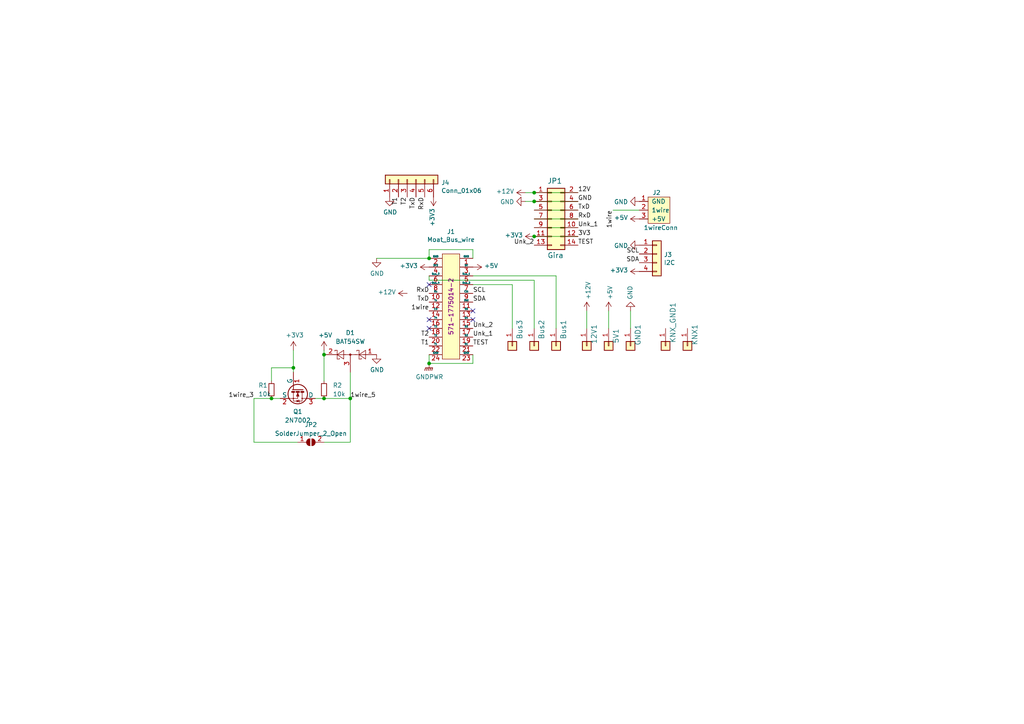
<source format=kicad_sch>
(kicad_sch (version 20220126) (generator eeschema)
  (paper "A4")
  (lib_symbols
    (symbol "Connector_Generic:Conn_01x04" (pin_names (offset 1.016) hide)
      (property "Reference" "J" (at 0 5.08 0))
      (property "Value" "Conn_01x04" (at 0 -7.62 0))
      (symbol "Conn_01x04_1_1"
        (rectangle (start -1.27 -4.953) (end 0 -5.207) (stroke (width 0.1524)))
        (rectangle (start -1.27 -2.413) (end 0 -2.667) (stroke (width 0.1524)))
        (rectangle (start -1.27 0.127) (end 0 -0.127) (stroke (width 0.1524)))
        (rectangle (start -1.27 2.667) (end 0 2.413) (stroke (width 0.1524)))
        (rectangle (start -1.27 3.81) (end 1.27 -6.35) (stroke (width 0.254)) (fill (type background)))
        (pin passive line (at -5.08 2.54 0) (length 3.81) (name "Pin_1") (number "1"))
        (pin passive line (at -5.08 0 0) (length 3.81) (name "Pin_2") (number "2"))
        (pin passive line (at -5.08 -2.54 0) (length 3.81) (name "Pin_3") (number "3"))
        (pin passive line (at -5.08 -5.08 0) (length 3.81) (name "Pin_4") (number "4"))
      )
    )
    (symbol "Connector_Generic:Conn_01x06" (pin_names (offset 1.016) hide)
      (property "Reference" "J" (at 0 7.62 0))
      (property "Value" "Conn_01x06" (at 0 -10.16 0))
      (symbol "Conn_01x06_1_1"
        (rectangle (start -1.27 -7.493) (end 0 -7.747) (stroke (width 0.1524)))
        (rectangle (start -1.27 -4.953) (end 0 -5.207) (stroke (width 0.1524)))
        (rectangle (start -1.27 -2.413) (end 0 -2.667) (stroke (width 0.1524)))
        (rectangle (start -1.27 0.127) (end 0 -0.127) (stroke (width 0.1524)))
        (rectangle (start -1.27 2.667) (end 0 2.413) (stroke (width 0.1524)))
        (rectangle (start -1.27 5.207) (end 0 4.953) (stroke (width 0.1524)))
        (rectangle (start -1.27 6.35) (end 1.27 -8.89) (stroke (width 0.254)) (fill (type background)))
        (pin passive line (at -5.08 5.08 0) (length 3.81) (name "Pin_1") (number "1"))
        (pin passive line (at -5.08 2.54 0) (length 3.81) (name "Pin_2") (number "2"))
        (pin passive line (at -5.08 0 0) (length 3.81) (name "Pin_3") (number "3"))
        (pin passive line (at -5.08 -2.54 0) (length 3.81) (name "Pin_4") (number "4"))
        (pin passive line (at -5.08 -5.08 0) (length 3.81) (name "Pin_5") (number "5"))
        (pin passive line (at -5.08 -7.62 0) (length 3.81) (name "Pin_6") (number "6"))
      )
    )
    (symbol "Connector_Generic:Conn_02x07_Odd_Even" (pin_names (offset 1.016) hide)
      (property "Reference" "J" (at 1.27 10.16 0))
      (property "Value" "Conn_02x07_Odd_Even" (at 1.27 -10.16 0))
      (symbol "Conn_02x07_Odd_Even_1_1"
        (rectangle (start -1.27 -7.493) (end 0 -7.747) (stroke (width 0.1524)))
        (rectangle (start -1.27 -4.953) (end 0 -5.207) (stroke (width 0.1524)))
        (rectangle (start -1.27 -2.413) (end 0 -2.667) (stroke (width 0.1524)))
        (rectangle (start -1.27 0.127) (end 0 -0.127) (stroke (width 0.1524)))
        (rectangle (start -1.27 2.667) (end 0 2.413) (stroke (width 0.1524)))
        (rectangle (start -1.27 5.207) (end 0 4.953) (stroke (width 0.1524)))
        (rectangle (start -1.27 7.747) (end 0 7.493) (stroke (width 0.1524)))
        (rectangle (start -1.27 8.89) (end 3.81 -8.89) (stroke (width 0.254)) (fill (type background)))
        (rectangle (start 3.81 -7.493) (end 2.54 -7.747) (stroke (width 0.1524)))
        (rectangle (start 3.81 -4.953) (end 2.54 -5.207) (stroke (width 0.1524)))
        (rectangle (start 3.81 -2.413) (end 2.54 -2.667) (stroke (width 0.1524)))
        (rectangle (start 3.81 0.127) (end 2.54 -0.127) (stroke (width 0.1524)))
        (rectangle (start 3.81 2.667) (end 2.54 2.413) (stroke (width 0.1524)))
        (rectangle (start 3.81 5.207) (end 2.54 4.953) (stroke (width 0.1524)))
        (rectangle (start 3.81 7.747) (end 2.54 7.493) (stroke (width 0.1524)))
        (pin passive line (at -5.08 7.62 0) (length 3.81) (name "Pin_1") (number "1"))
        (pin passive line (at 7.62 -2.54 180) (length 3.81) (name "Pin_10") (number "10"))
        (pin passive line (at -5.08 -5.08 0) (length 3.81) (name "Pin_11") (number "11"))
        (pin passive line (at 7.62 -5.08 180) (length 3.81) (name "Pin_12") (number "12"))
        (pin passive line (at -5.08 -7.62 0) (length 3.81) (name "Pin_13") (number "13"))
        (pin passive line (at 7.62 -7.62 180) (length 3.81) (name "Pin_14") (number "14"))
        (pin passive line (at 7.62 7.62 180) (length 3.81) (name "Pin_2") (number "2"))
        (pin passive line (at -5.08 5.08 0) (length 3.81) (name "Pin_3") (number "3"))
        (pin passive line (at 7.62 5.08 180) (length 3.81) (name "Pin_4") (number "4"))
        (pin passive line (at -5.08 2.54 0) (length 3.81) (name "Pin_5") (number "5"))
        (pin passive line (at 7.62 2.54 180) (length 3.81) (name "Pin_6") (number "6"))
        (pin passive line (at -5.08 0 0) (length 3.81) (name "Pin_7") (number "7"))
        (pin passive line (at 7.62 0 180) (length 3.81) (name "Pin_8") (number "8"))
        (pin passive line (at -5.08 -2.54 0) (length 3.81) (name "Pin_9") (number "9"))
      )
    )
    (symbol "Diode:BAT54SW" (pin_names (offset 1.016))
      (property "Reference" "D" (at 0.635 -3.81 0))
      (property "Value" "BAT54SW" (at -6.35 3.175 0))
      (symbol "BAT54SW_0_1"
        (polyline (pts (xy -3.81 0) (xy -1.27 0)))
        (polyline (pts (xy -3.175 -1.27) (xy -3.175 -1.016)))
        (polyline (pts (xy -2.54 -1.27) (xy -3.175 -1.27)))
        (polyline (pts (xy -2.54 -1.27) (xy -2.54 1.27)))
        (polyline (pts (xy -2.54 1.27) (xy -1.905 1.27)))
        (polyline (pts (xy -1.905 0) (xy 1.905 0)))
        (polyline (pts (xy -1.905 1.27) (xy -1.905 1.016)))
        (polyline (pts (xy 1.27 0) (xy 3.81 0)))
        (polyline (pts (xy 3.175 -1.27) (xy 3.175 -1.016)))
        (polyline (pts (xy 3.81 -1.27) (xy 3.175 -1.27)))
        (polyline (pts (xy 3.81 -1.27) (xy 3.81 1.27)))
        (polyline (pts (xy 3.81 1.27) (xy 4.445 1.27)))
        (polyline (pts (xy 4.445 1.27) (xy 4.445 1.016)))
        (polyline (pts (xy -4.445 1.27) (xy -4.445 -1.27) (xy -2.54 0) (xy -4.445 1.27)))
        (polyline (pts (xy 1.905 1.27) (xy 1.905 -1.27) (xy 3.81 0) (xy 1.905 1.27)))
        (circle (center 0 0) (radius 0.254) (fill (type outline)))
      )
      (symbol "BAT54SW_1_1"
        (pin passive line (at -7.62 0 0) (length 3.81) (name "~") (number "1"))
        (pin passive line (at 7.62 0 180) (length 3.81) (name "~") (number "2"))
        (pin passive line (at 0 -5.08 90) (length 5.08) (name "~") (number "3"))
      )
    )
    (symbol "Jumper:SolderJumper_2_Open" (pin_names (offset 0) hide)
      (property "Reference" "JP" (at 0 2.032 0))
      (property "Value" "SolderJumper_2_Open" (at 0 -2.54 0))
      (symbol "SolderJumper_2_Open_0_1"
        (arc (start -0.254 1.016) (mid -1.2656 0) (end -0.254 -1.016))
        (arc (start -0.254 1.016) (mid -1.2656 0) (end -0.254 -1.016) (fill (type outline)))
        (polyline (pts (xy -0.254 1.016) (xy -0.254 -1.016)))
        (polyline (pts (xy 0.254 1.016) (xy 0.254 -1.016)))
        (arc (start 0.254 -1.016) (mid 1.2656 0) (end 0.254 1.016))
        (arc (start 0.254 -1.016) (mid 1.2656 0) (end 0.254 1.016) (fill (type outline)))
      )
      (symbol "SolderJumper_2_Open_1_1"
        (pin passive line (at -3.81 0 0) (length 2.54) (name "A") (number "1"))
        (pin passive line (at 3.81 0 180) (length 2.54) (name "B") (number "2"))
      )
    )
    (symbol "localstuff:+12V" (power) (pin_names (offset 0))
      (property "Value" "+12V" (at 0 3.556 0))
      (symbol "+12V_0_1"
        (polyline (pts (xy -0.762 1.27) (xy 0 2.54)))
        (polyline (pts (xy 0 0) (xy 0 2.54)))
        (polyline (pts (xy 0 2.54) (xy 0.762 1.27)))
      )
      (symbol "+12V_1_1"
        (pin power_in line (at 0 0 90) (length 0) hide (name "+12V") (number "1"))
      )
    )
    (symbol "localstuff:+3.3V" (power) (pin_names (offset 0))
      (property "Value" "+3.3V" (at 0 3.556 0))
      (symbol "+3.3V_0_1"
        (polyline (pts (xy -0.762 1.27) (xy 0 2.54)))
        (polyline (pts (xy 0 0) (xy 0 2.54)))
        (polyline (pts (xy 0 2.54) (xy 0.762 1.27)))
      )
      (symbol "+3.3V_1_1"
        (pin power_in line (at 0 0 90) (length 0) hide (name "+3V3") (number "1"))
      )
    )
    (symbol "localstuff:+5V" (power) (pin_names (offset 0))
      (property "Value" "+5V" (at 0 3.556 0))
      (symbol "+5V_0_1"
        (polyline (pts (xy -0.762 1.27) (xy 0 2.54)))
        (polyline (pts (xy 0 0) (xy 0 2.54)))
        (polyline (pts (xy 0 2.54) (xy 0.762 1.27)))
      )
      (symbol "+5V_1_1"
        (pin power_in line (at 0 0 90) (length 0) hide (name "+5V") (number "1"))
      )
    )
    (symbol "localstuff:1wireConn" (pin_names (offset 1.016))
      (property "Reference" "J" (at 5.08 2.54 0))
      (property "Value" "1wireConn" (at 6.35 -7.62 0))
      (symbol "1wireConn_0_1"
        (rectangle (start 8.89 1.27) (end 2.54 -6.35) (fill (type background)))
      )
      (symbol "1wireConn_1_1"
        (pin power_in line (at 0 0 0) (length 2.54) (name "GND") (number "1"))
        (pin bidirectional line (at 0 -2.54 0) (length 2.54) (name "1wire") (number "2"))
        (pin power_in line (at 0 -5.08 0) (length 2.54) (name "+5V") (number "3"))
      )
    )
    (symbol "localstuff:2N7002" (pin_names (offset 0))
      (property "Reference" "Q" (at 5.08 1.905 0))
      (property "Value" "2N7002" (at 5.08 0 0))
      (symbol "2N7002_0_1"
        (polyline (pts (xy 0.635 -1.016) (xy 0.635 -1.651)) (stroke (width 0.508)))
        (polyline (pts (xy 0.635 0.381) (xy 0.635 -0.381)) (stroke (width 0.508)))
        (polyline (pts (xy 0.635 1.651) (xy 0.635 1.016)) (stroke (width 0.508)))
        (polyline (pts (xy 3.048 0.381) (xy 2.921 0.254)))
        (polyline (pts (xy 3.048 0.381) (xy 3.556 0.381)))
        (polyline (pts (xy 3.556 0.381) (xy 3.683 0.508)))
        (polyline (pts (xy 0 1.524) (xy 0 -1.524) (xy 0 -1.524)) (stroke (width 0.254)))
        (polyline (pts (xy 0.762 -1.27) (xy 2.54 -1.27) (xy 2.54 -2.54) (xy 2.54 -2.54)))
        (polyline (pts (xy 0.762 1.27) (xy 2.54 1.27) (xy 2.54 2.54) (xy 2.54 2.54)))
        (polyline (pts (xy 2.54 1.27) (xy 3.302 1.27) (xy 3.302 -1.27) (xy 2.54 -1.27)))
        (polyline (pts (xy 3.302 0.381) (xy 3.048 -0.254) (xy 3.556 -0.254) (xy 3.302 0.381)) (fill (type outline)))
        (polyline (pts (xy 0.762 0) (xy 1.27 0) (xy 2.54 0) (xy 2.54 -1.27) (xy 2.54 -1.27)))
        (polyline (pts (xy 0.889 0) (xy 1.905 0.381) (xy 1.905 -0.381) (xy 0.889 0) (xy 1.016 0) (xy 1.016 0)) (fill (type outline)))
        (circle (center 1.27 0) (radius 2.8194) (stroke (width 0.254)))
        (circle (center 2.54 -1.27) (radius 0.127))
        (circle (center 2.54 1.27) (radius 0.127))
      )
      (symbol "2N7002_1_1"
        (pin passive line (at -5.08 -1.27 0) (length 5.08) (name "G") (number "1"))
        (pin passive line (at 2.54 -5.08 90) (length 2.54) (name "S") (number "2"))
        (pin passive line (at 2.54 5.08 270) (length 2.54) (name "D") (number "3"))
      )
    )
    (symbol "localstuff:GND" (power) (pin_names (offset 0))
      (property "Value" "GND" (at 0 -3.81 0))
      (symbol "GND_0_1"
        (polyline (pts (xy 0 0) (xy 0 -1.27) (xy 1.27 -1.27) (xy 0 -2.54) (xy -1.27 -1.27) (xy 0 -1.27)))
      )
      (symbol "GND_1_1"
        (pin power_in line (at 0 0 270) (length 0) hide (name "GND") (number "1"))
      )
    )
    (symbol "localstuff:Moat_Board_24" (pin_names (offset 0))
      (property "Reference" "J2" (at 2.54 20.32 0))
      (property "Value" "Moat_Board_24" (at 2.54 17.78 0))
      (property "Mouser" "571-1775014-2" (at 0 0 90))
      (symbol "Moat_Board_24_1_1"
        (rectangle (start 2.54 15.24) (end -2.54 -15.24) (fill (type background)))
        (pin power_in line (at 6.35 13.97 180) (length 3.81) (name "GND") (number "1"))
        (pin input line (at -6.35 3.81 0) (length 3.81) (name "Rx") (number "10"))
        (pin open_collector line (at 6.35 1.27 180) (length 3.81) (name "Dat") (number "11"))
        (pin output line (at -6.35 1.27 0) (length 3.81) (name "Tx") (number "12"))
        (pin input line (at 6.35 -1.27 180) (length 3.81) (name "S5") (number "13"))
        (pin bidirectional line (at -6.35 -1.27 0) (length 3.81) (name "1W") (number "14"))
        (pin input line (at 6.35 -3.81 180) (length 3.81) (name "S4") (number "15"))
        (pin output line (at -6.35 -3.81 0) (length 3.81) (name "T4") (number "16"))
        (pin input line (at 6.35 -6.35 180) (length 3.81) (name "S3") (number "17"))
        (pin output line (at -6.35 -6.35 0) (length 3.81) (name "T3") (number "18"))
        (pin input line (at 6.35 -8.89 180) (length 3.81) (name "S2") (number "19"))
        (pin power_in line (at -6.35 13.97 0) (length 3.81) (name "GND") (number "2"))
        (pin output line (at -6.35 -8.89 0) (length 3.81) (name "T2") (number "20"))
        (pin input line (at 6.35 -11.43 180) (length 3.81) (name "S1") (number "21"))
        (pin output line (at -6.35 -11.43 0) (length 3.81) (name "T1") (number "22"))
        (pin power_in line (at 6.35 -13.97 180) (length 3.81) (name "GND") (number "23"))
        (pin power_in line (at -6.35 -13.97 0) (length 3.81) (name "GND") (number "24"))
        (pin power_in line (at 6.35 11.43 180) (length 3.81) (name "5V") (number "3"))
        (pin power_out line (at -6.35 11.43 0) (length 3.81) (name "3V3") (number "4"))
        (pin bidirectional line (at 6.35 8.89 180) (length 3.81) (name "Bus_1") (number "5"))
        (pin bidirectional line (at -6.35 8.89 0) (length 3.81) (name "Bus_2") (number "6"))
        (pin bidirectional line (at 6.35 6.35 180) (length 3.81) (name "Bus_3") (number "7"))
        (pin bidirectional line (at -6.35 6.35 0) (length 3.81) (name "Bus_4") (number "8"))
        (pin open_collector line (at 6.35 3.81 180) (length 3.81) (name "Clk") (number "9"))
      )
    )
    (symbol "localstuff:R" (pin_numbers hide) (pin_names (offset 0.254) hide)
      (property "Reference" "R" (at 0.762 0.508 0))
      (property "Value" "R" (at 0.762 -1.016 0))
      (symbol "R_0_1"
        (rectangle (start -0.762 1.778) (end 0.762 -1.778) (stroke (width 0.2032)))
      )
      (symbol "R_1_1"
        (pin passive line (at 0 2.54 270) (length 0.762) (name "~") (number "1"))
        (pin passive line (at 0 -2.54 90) (length 0.762) (name "~") (number "2"))
      )
    )
    (symbol "localstuff:WAGO_243" (pin_names (offset 1.016) hide)
      (property "Reference" "J" (at 0 2.54 0))
      (property "Value" "WAGO_243" (at 0 -2.54 0))
      (symbol "WAGO_243_1_1"
        (rectangle (start -1.27 0.127) (end 0 -0.127) (stroke (width 0.1524)))
        (rectangle (start -1.27 1.27) (end 1.27 -1.27) (stroke (width 0.254)) (fill (type background)))
        (pin passive line (at -5.08 0 0) (length 3.81) (name "Pin_1") (number "1"))
      )
    )
    (symbol "power:GNDPWR" (power) (pin_names (offset 0))
      (property "Value" "GNDPWR" (at 0 -3.302 0))
      (symbol "GNDPWR_0_1"
        (polyline (pts (xy 0 -1.27) (xy 0 0)))
        (polyline (pts (xy -1.016 -1.27) (xy -1.27 -2.032) (xy -1.27 -2.032)) (stroke (width 0.2032)))
        (polyline (pts (xy -0.508 -1.27) (xy -0.762 -2.032) (xy -0.762 -2.032)) (stroke (width 0.2032)))
        (polyline (pts (xy 0 -1.27) (xy -0.254 -2.032) (xy -0.254 -2.032)) (stroke (width 0.2032)))
        (polyline (pts (xy 0.508 -1.27) (xy 0.254 -2.032) (xy 0.254 -2.032)) (stroke (width 0.2032)))
        (polyline (pts (xy 1.016 -1.27) (xy -1.016 -1.27) (xy -1.016 -1.27)) (stroke (width 0.2032)))
        (polyline (pts (xy 1.016 -1.27) (xy 0.762 -2.032) (xy 0.762 -2.032) (xy 0.762 -2.032)) (stroke (width 0.2032)))
      )
      (symbol "GNDPWR_1_1"
        (pin power_in line (at 0 0 270) (length 0) hide (name "GNDPWR") (number "1"))
      )
    )
  )
  (junction (at 78.74 115.57))
  (junction (at 85.09 106.68))
  (junction (at 93.98 115.57))
  (junction (at 93.98 102.87))
  (junction (at 154.94 68.58))
  (junction (at 124.46 74.93))
  (junction (at 154.94 58.42))
  (junction (at 101.6 115.57))
  (junction (at 154.94 55.88))
  (junction (at 124.46 105.41))
  (no_connect (at 137.16 92.71))
  (no_connect (at 124.46 82.55))
  (no_connect (at 137.16 90.17))
  (no_connect (at 124.46 92.71))
  (no_connect (at 124.46 95.25))
  (wire (pts (xy 93.98 115.57) (xy 101.6 115.57)))
  (wire (pts (xy 154.94 66.04) (xy 167.64 66.04)))
  (wire (pts (xy 73.66 115.57) (xy 78.74 115.57)))
  (wire (pts (xy 78.74 106.68) (xy 85.09 106.68)))
  (wire (pts (xy 154.94 81.28) (xy 154.94 95.25)))
  (wire (pts (xy 124.46 105.41) (xy 137.16 105.41)))
  (wire (pts (xy 167.64 68.58) (xy 154.94 68.58)))
  (wire (pts (xy 93.98 102.87) (xy 93.98 110.49)))
  (wire (pts (xy 185.42 60.96) (xy 177.8 60.96)))
  (wire (pts (xy 137.16 105.41) (xy 137.16 102.87)))
  (wire (pts (xy 85.09 101.6) (xy 85.09 106.68)))
  (wire (pts (xy 152.4 58.42) (xy 154.94 58.42)))
  (wire (pts (xy 85.09 106.68) (xy 85.09 107.95)))
  (wire (pts (xy 170.18 95.25) (xy 170.18 90.17)))
  (wire (pts (xy 154.94 81.28) (xy 124.46 81.28)))
  (wire (pts (xy 78.74 115.57) (xy 81.28 115.57)))
  (wire (pts (xy 86.36 128.27) (xy 73.66 128.27)))
  (wire (pts (xy 73.66 128.27) (xy 73.66 115.57)))
  (wire (pts (xy 124.46 81.28) (xy 124.46 80.01)))
  (wire (pts (xy 154.94 60.96) (xy 167.64 60.96)))
  (wire (pts (xy 109.22 74.93) (xy 124.46 74.93)))
  (wire (pts (xy 148.59 82.55) (xy 137.16 82.55)))
  (wire (pts (xy 93.98 128.27) (xy 101.6 128.27)))
  (wire (pts (xy 154.94 55.88) (xy 152.4 55.88)))
  (wire (pts (xy 167.64 63.5) (xy 154.94 63.5)))
  (wire (pts (xy 101.6 128.27) (xy 101.6 115.57)))
  (wire (pts (xy 137.16 72.39) (xy 137.16 74.93)))
  (wire (pts (xy 124.46 72.39) (xy 137.16 72.39)))
  (wire (pts (xy 167.64 55.88) (xy 154.94 55.88)))
  (wire (pts (xy 161.29 80.01) (xy 161.29 95.25)))
  (wire (pts (xy 182.88 95.25) (xy 182.88 90.17)))
  (wire (pts (xy 161.29 80.01) (xy 137.16 80.01)))
  (wire (pts (xy 93.98 101.6) (xy 93.98 102.87)))
  (wire (pts (xy 124.46 74.93) (xy 124.46 72.39)))
  (wire (pts (xy 124.46 105.41) (xy 124.46 102.87)))
  (wire (pts (xy 78.74 110.49) (xy 78.74 106.68)))
  (wire (pts (xy 91.44 115.57) (xy 93.98 115.57)))
  (wire (pts (xy 101.6 107.95) (xy 101.6 115.57)))
  (wire (pts (xy 148.59 82.55) (xy 148.59 95.25)))
  (wire (pts (xy 154.94 58.42) (xy 167.64 58.42)))
  (wire (pts (xy 176.53 95.25) (xy 176.53 90.17)))
  (label "Unk_1" (at 167.64 66.04 0))
  (label "1wire" (at 124.46 90.17 0))
  (label "3V3" (at 167.64 68.58 0))
  (label "Unk_2" (at 137.16 95.25 0))
  (label "1wire" (at 177.8 60.96 90))
  (label "RxD" (at 123.19 57.15 90))
  (label "1wire_3" (at 73.66 115.57 0))
  (label "Unk_1" (at 137.16 97.79 0))
  (label "SCL" (at 185.42 73.66 0))
  (label "TEST" (at 167.64 71.12 0))
  (label "GND" (at 167.64 58.42 0))
  (label "T2" (at 124.46 97.79 0))
  (label "12V" (at 167.64 55.88 0))
  (label "T1" (at 124.46 100.33 0))
  (label "TEST" (at 137.16 100.33 0))
  (label "RxD" (at 124.46 85.09 0))
  (label "RxD" (at 167.64 63.5 0))
  (label "SCL" (at 137.16 85.09 0))
  (label "TxD" (at 120.65 57.15 90))
  (label "T1" (at 115.57 57.15 90))
  (label "SDA" (at 137.16 87.63 0))
  (label "TxD" (at 124.46 87.63 0))
  (label "T2" (at 118.11 57.15 90))
  (label "SDA" (at 185.42 76.2 0))
  (label "1wire_5" (at 101.6 115.57 0))
  (label "Unk_2" (at 154.94 71.12 0))
  (label "TxD" (at 167.64 60.96 0))
  (symbol (lib_id "localstuff:WAGO_243") (at 199.39 100.33 270) (unit 1)
    (property "Reference" "KNX1" (at 200.66 93.98 0) (effects (font (size 1.4986 1.4986)) (justify left bottom)))
    (property "Value" "WAGO_243" (effects hide))
    (property "Footprint" "localstuff:Wago_Terminal_243" (effects hide))
  )
  (symbol (lib_id "Connector_Generic:Conn_02x07_Odd_Even") (at 160.02 63.5 0) (unit 1)
    (property "Reference" "JP1" (at 158.75 53.34 0) (effects (font (size 1.4986 1.4986)) (justify left bottom)))
    (property "Value" "Gira" (at 158.75 74.93 0) (effects (font (size 1.4986 1.4986)) (justify left bottom)))
    (property "Footprint" "Gira:2X07" (effects hide))
  )
  (symbol (lib_id "localstuff:WAGO_243") (at 176.53 100.33 270) (unit 1)
    (property "Reference" "5V1" (at 177.8 95.25 0) (effects (font (size 1.4986 1.4986)) (justify left bottom)))
    (property "Value" "WAGO_243" (effects hide))
    (property "Footprint" "localstuff:Wago_Terminal_243" (effects hide))
  )
  (symbol (lib_id "localstuff:Moat_Board_24") (at 130.81 88.9 0) (unit 1)
    (property "Reference" "J1" (at 130.81 67.183 0))
    (property "Value" "Moat_Bus_wire" (at 130.81 69.4944 0))
    (property "Footprint" "localstuff:TE_1775014_socket" (effects hide))
    (property "Digikey" "A118067CT-ND" (effects hide))
    (property "Farnell" "2971215" (effects hide))
    (property "Mouser" "571-1775014-2" (at 130.81 88.9 90))
  )
  (symbol (lib_id "localstuff:GND") (at 109.22 74.93 0) (unit 1)
    (property "Reference" "#PWR0102" (effects hide))
    (property "Value" "GND" (at 109.347 79.3242 0))
  )
  (symbol (lib_id "localstuff:+12V") (at 118.11 85.09 90) (unit 1)
    (property "Reference" "#PWR0104" (effects hide))
    (property "Value" "+12V" (at 114.8588 84.709 90) (effects (justify left)))
  )
  (symbol (lib_id "localstuff:+5V") (at 137.16 77.47 270) (mirror x) (unit 1)
    (property "Reference" "#PWR0105" (effects hide))
    (property "Value" "+5V" (at 140.4112 77.089 90) (effects (justify left)))
  )
  (symbol (lib_id "localstuff:+3.3V") (at 124.46 77.47 90) (unit 1)
    (property "Reference" "#PWR0106" (effects hide))
    (property "Value" "+3.3V" (at 121.2088 77.089 90) (effects (justify left)))
  )
  (symbol (lib_id "localstuff:GND") (at 152.4 58.42 270) (unit 1)
    (property "Reference" "#PWR0107" (effects hide))
    (property "Value" "GND" (at 149.1488 58.547 90) (effects (justify right)))
  )
  (symbol (lib_id "localstuff:+12V") (at 152.4 55.88 90) (unit 1)
    (property "Reference" "#PWR0108" (effects hide))
    (property "Value" "+12V" (at 149.1488 55.499 90) (effects (justify left)))
  )
  (symbol (lib_id "localstuff:+5V") (at 176.53 90.17 0) (unit 1)
    (property "Reference" "#PWR0109" (effects hide))
    (property "Value" "+5V" (at 176.911 86.9188 90) (effects (justify left)))
  )
  (symbol (lib_id "localstuff:1wireConn") (at 185.42 58.42 0) (unit 1)
    (property "Reference" "J2" (at 189.23 55.88 0) (effects (justify left)))
    (property "Value" "1wireConn" (at 186.69 66.04 0) (effects (justify left)))
    (property "Footprint" "localstuff:AVX_9276_3Pin" (effects hide))
  )
  (symbol (lib_id "localstuff:GND") (at 185.42 58.42 270) (unit 1)
    (property "Reference" "#PWR0110" (effects hide))
    (property "Value" "GND" (at 182.1688 58.547 90) (effects (justify right)))
  )
  (symbol (lib_id "localstuff:+5V") (at 185.42 63.5 90) (unit 1)
    (property "Reference" "#PWR0111" (effects hide))
    (property "Value" "+5V" (at 182.1688 63.119 90) (effects (justify left)))
  )
  (symbol (lib_id "localstuff:+12V") (at 170.18 90.17 0) (unit 1)
    (property "Reference" "#PWR0112" (effects hide))
    (property "Value" "+12V" (at 170.561 86.9188 90) (effects (justify left)))
  )
  (symbol (lib_id "localstuff:GND") (at 182.88 90.17 180) (unit 1)
    (property "Reference" "#PWR0113" (effects hide))
    (property "Value" "GND" (at 182.753 86.9188 90) (effects (justify right)))
  )
  (symbol (lib_id "Connector_Generic:Conn_01x06") (at 118.11 52.07 90) (unit 1)
    (property "Reference" "J4" (at 127.9652 52.9844 90) (effects (justify right)))
    (property "Value" "Conn_01x06" (at 127.9652 55.2958 90) (effects (justify right)))
    (property "Footprint" "Connector_PinSocket_2.54mm:PinSocket_1x06_P2.54mm_Vertical" (effects hide))
  )
  (symbol (lib_id "localstuff:GND") (at 113.03 57.15 0) (unit 1)
    (property "Reference" "#PWR0103" (effects hide))
    (property "Value" "GND" (at 113.157 61.5442 0))
  )
  (symbol (lib_id "localstuff:+3.3V") (at 125.73 57.15 180) (unit 1)
    (property "Reference" "#PWR0117" (effects hide))
    (property "Value" "+3.3V" (at 125.349 60.4012 90) (effects (justify left)))
  )
  (symbol (lib_id "localstuff:+3.3V") (at 154.94 68.58 90) (unit 1)
    (property "Reference" "#PWR0114" (effects hide))
    (property "Value" "+3.3V" (at 151.6888 68.199 90) (effects (justify left)))
  )
  (symbol (lib_id "Connector_Generic:Conn_01x04") (at 190.5 73.66 0) (unit 1)
    (property "Reference" "J3" (at 192.532 73.8632 0) (effects (justify left)))
    (property "Value" "I2C" (at 192.532 76.1746 0) (effects (justify left)))
    (property "Footprint" "localstuff:AVX_9276_4Pin" (effects hide))
  )
  (symbol (lib_id "localstuff:GND") (at 185.42 71.12 270) (unit 1)
    (property "Reference" "#PWR0115" (effects hide))
    (property "Value" "GND" (at 182.1688 71.247 90) (effects (justify right)))
  )
  (symbol (lib_id "localstuff:+3.3V") (at 185.42 78.74 90) (unit 1)
    (property "Reference" "#PWR0116" (effects hide))
    (property "Value" "+3.3V" (at 182.1688 78.359 90) (effects (justify left)))
  )
  (symbol (lib_id "power:GNDPWR") (at 124.46 105.41 0) (unit 1)
    (property "Reference" "#PWR0101" (effects hide))
    (property "Value" "GNDPWR" (at 124.5616 109.3216 0))
  )
  (symbol (lib_id "localstuff:WAGO_243") (at 148.59 100.33 270) (unit 1)
    (property "Reference" "Bus3" (at 149.86 92.71 0) (effects (font (size 1.4986 1.4986)) (justify left bottom)))
    (property "Value" "WAGO_243" (effects hide))
    (property "Footprint" "localstuff:Wago_Terminal_243" (effects hide))
  )
  (symbol (lib_id "localstuff:WAGO_243") (at 182.88 100.33 270) (unit 1)
    (property "Reference" "GND1" (at 184.15 93.98 0) (effects (font (size 1.4986 1.4986)) (justify left bottom)))
    (property "Value" "WAGO_243" (effects hide))
    (property "Footprint" "localstuff:Wago_Terminal_243" (effects hide))
  )
  (symbol (lib_id "localstuff:WAGO_243") (at 154.94 100.33 270) (unit 1)
    (property "Reference" "Bus2" (at 156.21 92.71 0) (effects (font (size 1.4986 1.4986)) (justify left bottom)))
    (property "Value" "WAGO_243" (effects hide))
    (property "Footprint" "localstuff:Wago_Terminal_243" (effects hide))
  )
  (symbol (lib_id "localstuff:WAGO_243") (at 161.29 100.33 270) (unit 1)
    (property "Reference" "Bus1" (at 162.56 92.71 0) (effects (font (size 1.4986 1.4986)) (justify left bottom)))
    (property "Value" "WAGO_243" (effects hide))
    (property "Footprint" "localstuff:Wago_Terminal_243" (effects hide))
  )
  (symbol (lib_id "localstuff:WAGO_243") (at 193.04 100.33 270) (unit 1)
    (property "Reference" "KNX_GND1" (at 194.31 87.63 0) (effects (font (size 1.4986 1.4986)) (justify left bottom)))
    (property "Value" "WAGO_243" (effects hide))
    (property "Footprint" "localstuff:Wago_Terminal_243" (effects hide))
  )
  (symbol (lib_id "localstuff:WAGO_243") (at 170.18 100.33 270) (unit 1)
    (property "Reference" "12V1" (at 171.45 93.98 0) (effects (font (size 1.4986 1.4986)) (justify left bottom)))
    (property "Value" "WAGO_243" (effects hide))
    (property "Footprint" "localstuff:Wago_Terminal_243" (effects hide))
  )
  (symbol (lib_id "Jumper:SolderJumper_2_Open") (at 90.17 128.27 0) (unit 1)
    (property "Reference" "JP2" (at 90.17 123.19 0))
    (property "Value" "SolderJumper_2_Open" (at 90.17 125.73 0))
    (property "Footprint" "Jumper:SolderJumper-2_P1.3mm_Open_TrianglePad1.0x1.5mm" (effects hide))
  )
  (symbol (lib_id "localstuff:+5V") (at 93.98 101.6 0) (unit 1)
    (property "Reference" "#PWR0120" (effects hide))
    (property "Value" "+5V" (at 94.361 97.2058 0))
  )
  (symbol (lib_id "localstuff:+3.3V") (at 85.09 101.6 0) (unit 1)
    (property "Reference" "#PWR0119" (effects hide))
    (property "Value" "+3.3V" (at 85.471 97.2058 0))
  )
  (symbol (lib_id "localstuff:GND") (at 109.22 102.87 0) (unit 1)
    (property "Reference" "#PWR0118" (effects hide))
    (property "Value" "GND" (at 109.347 107.2642 0))
  )
  (symbol (lib_id "localstuff:R") (at 93.98 113.03 0) (unit 1)
    (property "Reference" "R2" (at 96.52 111.7599 0) (effects (justify left)))
    (property "Value" "10k" (at 96.52 114.2999 0) (effects (justify left)))
    (property "Footprint" "Resistor_SMD:R_0603_1608Metric" (effects hide))
  )
  (symbol (lib_id "Diode:BAT54SW") (at 101.6 102.87 0) (mirror y) (unit 1)
    (property "Reference" "D1" (at 101.6 96.52 0))
    (property "Value" "BAT54SW" (at 101.6 99.06 0))
    (property "Footprint" "Package_TO_SOT_SMD:SOT-323_SC-70" (effects hide))
    (property "Datasheet" "https://assets.nexperia.com/documents/data-sheet/BAT54W_SER.pdf" (effects hide))
  )
  (symbol (lib_id "localstuff:2N7002") (at 86.36 113.03 270) (unit 1)
    (property "Reference" "Q1" (at 86.36 119.38 90))
    (property "Value" "2N7002" (at 86.36 121.92 90))
    (property "Footprint" "Package_TO_SOT_SMD:SOT-23" (effects hide))
  )
  (symbol (lib_id "localstuff:R") (at 78.74 113.03 0) (unit 1)
    (property "Reference" "R1" (at 74.93 111.76 0) (effects (justify left)))
    (property "Value" "10k" (at 74.93 114.3 0) (effects (justify left)))
    (property "Footprint" "Resistor_SMD:R_0603_1608Metric" (effects hide))
  )
)
</source>
